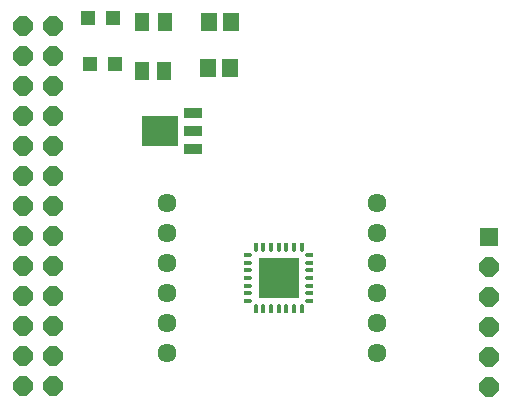
<source format=gts>
G75*
G70*
%OFA0B0*%
%FSLAX24Y24*%
%IPPOS*%
%LPD*%
%AMOC8*
5,1,8,0,0,1.08239X$1,22.5*
%
%ADD10C,0.0138*%
%ADD11R,0.0138X0.0236*%
%ADD12R,0.0236X0.0138*%
%ADD13R,0.1378X0.1378*%
%ADD14C,0.0634*%
%ADD15R,0.0631X0.0355*%
%ADD16R,0.1221X0.1024*%
%ADD17R,0.0552X0.0631*%
%ADD18OC8,0.0640*%
%ADD19R,0.0512X0.0512*%
%ADD20R,0.0512X0.0631*%
%ADD21R,0.0640X0.0640*%
D10*
X009106Y003992D03*
X009283Y003815D03*
X009539Y003815D03*
X009795Y003815D03*
X010051Y003815D03*
X010307Y003815D03*
X010562Y003815D03*
X010818Y003815D03*
X010995Y003992D03*
X010995Y004248D03*
X010995Y004504D03*
X010995Y004759D03*
X010995Y005015D03*
X010995Y005271D03*
X010995Y005527D03*
X010818Y005704D03*
X010562Y005704D03*
X010307Y005704D03*
X010051Y005704D03*
X009795Y005704D03*
X009539Y005704D03*
X009283Y005704D03*
X009106Y005527D03*
X009106Y005271D03*
X009106Y005015D03*
X009106Y004759D03*
X009106Y004504D03*
X009106Y004248D03*
D11*
X009283Y003696D03*
X009539Y003696D03*
X009795Y003696D03*
X010051Y003696D03*
X010307Y003696D03*
X010562Y003696D03*
X010818Y003696D03*
X010818Y005822D03*
X010562Y005822D03*
X010307Y005822D03*
X010051Y005822D03*
X009795Y005822D03*
X009539Y005822D03*
X009283Y005822D03*
D12*
X008988Y005527D03*
X008988Y005271D03*
X008988Y005015D03*
X008988Y004759D03*
X008988Y004504D03*
X008988Y004248D03*
X008988Y003992D03*
X011114Y003992D03*
X011114Y004248D03*
X011114Y004504D03*
X011114Y004759D03*
X011114Y005015D03*
X011114Y005271D03*
X011114Y005527D03*
D13*
X010051Y004759D03*
D14*
X013341Y005250D03*
X013341Y004250D03*
X013341Y003250D03*
X013341Y002250D03*
X013341Y006250D03*
X013341Y007250D03*
X006341Y007250D03*
X006341Y006250D03*
X006341Y005250D03*
X006341Y004250D03*
X006341Y003250D03*
X006341Y002250D03*
D15*
X007197Y009072D03*
X007197Y009663D03*
X007197Y010253D03*
D16*
X006094Y009663D03*
D17*
X007691Y011768D03*
X008439Y011768D03*
X008468Y013290D03*
X007720Y013290D03*
D18*
X001517Y001174D03*
X002517Y001174D03*
X002517Y002174D03*
X001517Y002174D03*
X001517Y003174D03*
X002517Y003174D03*
X002517Y004174D03*
X001517Y004174D03*
X001517Y005174D03*
X002517Y005174D03*
X002517Y006174D03*
X001517Y006174D03*
X001517Y007174D03*
X002517Y007174D03*
X002517Y008174D03*
X001517Y008174D03*
X001517Y009174D03*
X002517Y009174D03*
X002517Y010174D03*
X001517Y010174D03*
X001517Y011174D03*
X002517Y011174D03*
X002517Y012174D03*
X001517Y012174D03*
X001517Y013174D03*
X002517Y013174D03*
X017066Y005134D03*
X017066Y004134D03*
X017066Y003134D03*
X017066Y002134D03*
X017066Y001134D03*
D19*
X004586Y011914D03*
X003760Y011914D03*
X003700Y013444D03*
X004526Y013444D03*
D20*
X005508Y013294D03*
X006258Y013294D03*
X006243Y011678D03*
X005493Y011678D03*
D21*
X017066Y006134D03*
M02*

</source>
